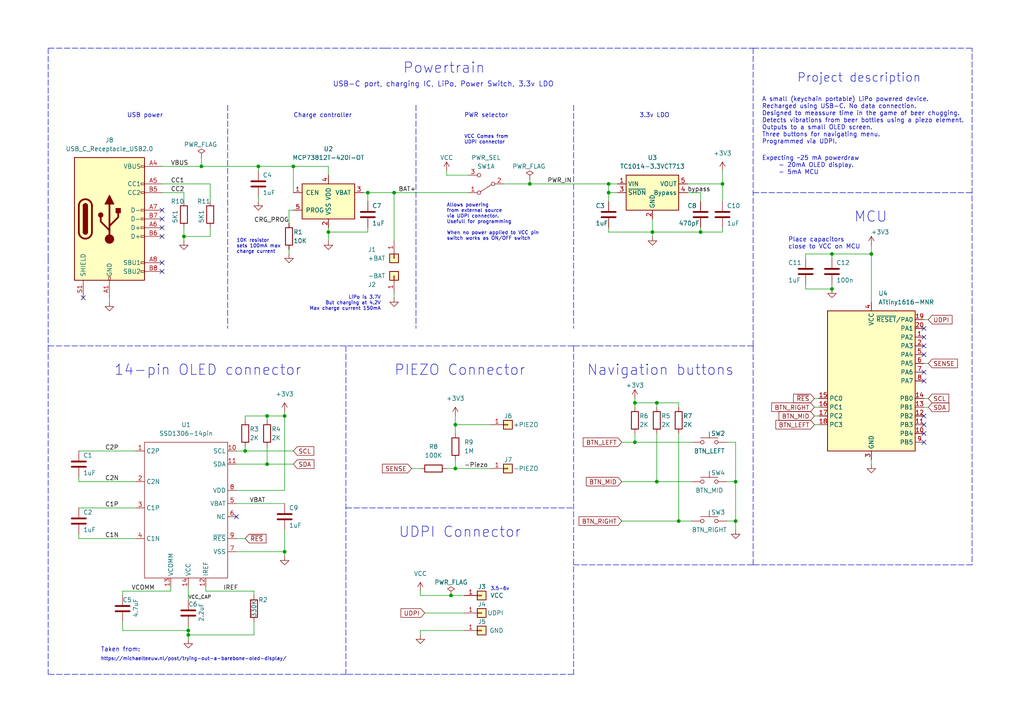
<source format=kicad_sch>
(kicad_sch (version 20211123) (generator eeschema)
  (paper "A4")
  (lib_symbols
    (symbol "Battery_Management:MCP73812T-420I-OT" (pin_names (offset 1.016))
      (property "Reference" "U" (at -6.35 6.35 0))
      (property "Value" "MCP73812T-420I-OT" (at 1.27 6.35 0))
      (symbol "MCP73812T-420I-OT_0_1"
        (rectangle (start -7.62 5.08) (end 7.62 -5.08) (stroke (width 0.254)) (fill (type background)))
      )
      (symbol "MCP73812T-420I-OT_1_1"
        (pin input line (at -10.16 2.54 0) (length 2.54) (name "CEN") (number "1"))
        (pin power_out line (at 0 -7.62 90) (length 2.54) (name "VSS") (number "2"))
        (pin power_out line (at 10.16 2.54 180) (length 2.54) (name "VBAT") (number "3"))
        (pin power_in line (at 0 7.62 270) (length 2.54) (name "VDD") (number "4"))
        (pin input line (at -10.16 -2.54 0) (length 2.54) (name "PROG") (number "5"))
      )
    )
    (symbol "Connector:USB_C_Receptacle_USB2.0" (pin_names (offset 1.016))
      (property "Reference" "J" (at -10.16 19.05 0))
      (property "Value" "USB_C_Receptacle_USB2.0" (at 19.05 19.05 0))
      (symbol "USB_C_Receptacle_USB2.0_0_0"
        (rectangle (start -0.254 -17.78) (end 0.254 -16.764))
        (rectangle (start 10.16 -14.986) (end 9.144 -15.494))
        (rectangle (start 10.16 -12.446) (end 9.144 -12.954))
        (rectangle (start 10.16 -4.826) (end 9.144 -5.334))
        (rectangle (start 10.16 -2.286) (end 9.144 -2.794))
        (rectangle (start 10.16 0.254) (end 9.144 -0.254))
        (rectangle (start 10.16 2.794) (end 9.144 2.286))
        (rectangle (start 10.16 7.874) (end 9.144 7.366))
        (rectangle (start 10.16 10.414) (end 9.144 9.906))
        (rectangle (start 10.16 15.494) (end 9.144 14.986))
      )
      (symbol "USB_C_Receptacle_USB2.0_0_1"
        (rectangle (start -10.16 17.78) (end 10.16 -17.78) (stroke (width 0.254)) (fill (type background)))
        (arc (start -8.89 -3.81) (mid -6.985 -5.715) (end -5.08 -3.81) (stroke (width 0.508)))
        (arc (start -7.62 -3.81) (mid -6.985 -4.445) (end -6.35 -3.81) (stroke (width 0.254)))
        (arc (start -7.62 -3.81) (mid -6.985 -4.445) (end -6.35 -3.81) (stroke (width 0.254)) (fill (type outline)))
        (rectangle (start -7.62 -3.81) (end -6.35 3.81) (stroke (width 0.254)) (fill (type outline)))
        (arc (start -6.35 3.81) (mid -6.985 4.445) (end -7.62 3.81) (stroke (width 0.254)))
        (arc (start -6.35 3.81) (mid -6.985 4.445) (end -7.62 3.81) (stroke (width 0.254)) (fill (type outline)))
        (arc (start -5.08 3.81) (mid -6.985 5.715) (end -8.89 3.81) (stroke (width 0.508)))
        (circle (center -2.54 1.143) (radius 0.635) (stroke (width 0.254)) (fill (type outline)))
        (circle (center 0 -5.842) (radius 1.27) (fill (type outline)))
        (polyline (pts (xy -8.89 -3.81) (xy -8.89 3.81)) (stroke (width 0.508)))
        (polyline (pts (xy -5.08 3.81) (xy -5.08 -3.81)) (stroke (width 0.508)))
        (polyline (pts (xy 0 -5.842) (xy 0 4.318)) (stroke (width 0.508)))
        (polyline (pts (xy 0 -3.302) (xy -2.54 -0.762) (xy -2.54 0.508)) (stroke (width 0.508)))
        (polyline (pts (xy 0 -2.032) (xy 2.54 0.508) (xy 2.54 1.778)) (stroke (width 0.508)))
        (polyline (pts (xy -1.27 4.318) (xy 0 6.858) (xy 1.27 4.318) (xy -1.27 4.318)) (stroke (width 0.254)) (fill (type outline)))
        (rectangle (start 1.905 1.778) (end 3.175 3.048) (stroke (width 0.254)) (fill (type outline)))
      )
      (symbol "USB_C_Receptacle_USB2.0_1_1"
        (pin passive line (at 0 -22.86 90) (length 5.08) (name "GND") (number "A1"))
        (pin passive line (at 0 -22.86 90) (length 5.08) hide (name "GND") (number "A12"))
        (pin passive line (at 15.24 15.24 180) (length 5.08) (name "VBUS") (number "A4"))
        (pin bidirectional line (at 15.24 10.16 180) (length 5.08) (name "CC1") (number "A5"))
        (pin bidirectional line (at 15.24 -2.54 180) (length 5.08) (name "D+") (number "A6"))
        (pin bidirectional line (at 15.24 2.54 180) (length 5.08) (name "D-") (number "A7"))
        (pin bidirectional line (at 15.24 -12.7 180) (length 5.08) (name "SBU1") (number "A8"))
        (pin passive line (at 15.24 15.24 180) (length 5.08) hide (name "VBUS") (number "A9"))
        (pin passive line (at 0 -22.86 90) (length 5.08) hide (name "GND") (number "B1"))
        (pin passive line (at 0 -22.86 90) (length 5.08) hide (name "GND") (number "B12"))
        (pin passive line (at 15.24 15.24 180) (length 5.08) hide (name "VBUS") (number "B4"))
        (pin bidirectional line (at 15.24 7.62 180) (length 5.08) (name "CC2") (number "B5"))
        (pin bidirectional line (at 15.24 -5.08 180) (length 5.08) (name "D+") (number "B6"))
        (pin bidirectional line (at 15.24 0 180) (length 5.08) (name "D-") (number "B7"))
        (pin bidirectional line (at 15.24 -15.24 180) (length 5.08) (name "SBU2") (number "B8"))
        (pin passive line (at 15.24 15.24 180) (length 5.08) hide (name "VBUS") (number "B9"))
        (pin passive line (at -7.62 -22.86 90) (length 5.08) (name "SHIELD") (number "S1"))
      )
    )
    (symbol "Connector_Generic:Conn_01x01" (pin_names (offset 1.016) hide)
      (property "Reference" "J" (at 0 2.54 0))
      (property "Value" "Conn_01x01" (at 0 -2.54 0))
      (symbol "Conn_01x01_1_1"
        (rectangle (start -1.27 0.127) (end 0 -0.127) (stroke (width 0.1524)))
        (rectangle (start -1.27 1.27) (end 1.27 -1.27) (stroke (width 0.254)) (fill (type background)))
        (pin passive line (at -5.08 0 0) (length 3.81) (name "Pin_1") (number "1"))
      )
    )
    (symbol "Device:C" (pin_numbers hide) (pin_names (offset 0.254))
      (property "Reference" "C" (at 0.635 2.54 0))
      (property "Value" "C" (at 0.635 -2.54 0))
      (symbol "C_0_1"
        (polyline (pts (xy -2.032 -0.762) (xy 2.032 -0.762)) (stroke (width 0.508)))
        (polyline (pts (xy -2.032 0.762) (xy 2.032 0.762)) (stroke (width 0.508)))
      )
      (symbol "C_1_1"
        (pin passive line (at 0 3.81 270) (length 2.794) (name "~") (number "1"))
        (pin passive line (at 0 -3.81 90) (length 2.794) (name "~") (number "2"))
      )
    )
    (symbol "Device:R" (pin_numbers hide) (pin_names (offset 0))
      (property "Reference" "R" (at 2.032 0 90))
      (property "Value" "R" (at 0 0 90))
      (symbol "R_0_1"
        (rectangle (start -1.016 -2.54) (end 1.016 2.54) (stroke (width 0.254)))
      )
      (symbol "R_1_1"
        (pin passive line (at 0 3.81 270) (length 1.27) (name "~") (number "1"))
        (pin passive line (at 0 -3.81 90) (length 1.27) (name "~") (number "2"))
      )
    )
    (symbol "MCU_Microchip_ATtiny:ATtiny1616-M"
      (property "Reference" "U" (at -12.7 21.59 0))
      (property "Value" "ATtiny1616-M" (at 2.54 -21.59 0))
      (symbol "ATtiny1616-M_0_1"
        (rectangle (start -12.7 -20.32) (end 12.7 20.32) (stroke (width 0.254)) (fill (type background)))
      )
      (symbol "ATtiny1616-M_1_1"
        (pin bidirectional line (at 15.24 12.7 180) (length 2.54) (name "PA2") (number "1"))
        (pin bidirectional line (at 15.24 -15.24 180) (length 2.54) (name "PB4") (number "10"))
        (pin bidirectional line (at 15.24 -12.7 180) (length 2.54) (name "PB3") (number "11"))
        (pin bidirectional line (at 15.24 -10.16 180) (length 2.54) (name "PB2") (number "12"))
        (pin bidirectional line (at 15.24 -7.62 180) (length 2.54) (name "PB1") (number "13"))
        (pin bidirectional line (at 15.24 -5.08 180) (length 2.54) (name "PB0") (number "14"))
        (pin bidirectional line (at -15.24 -5.08 0) (length 2.54) (name "PC0") (number "15"))
        (pin bidirectional line (at -15.24 -7.62 0) (length 2.54) (name "PC1") (number "16"))
        (pin bidirectional line (at -15.24 -10.16 0) (length 2.54) (name "PC2") (number "17"))
        (pin bidirectional line (at -15.24 -12.7 0) (length 2.54) (name "PC3") (number "18"))
        (pin bidirectional line (at 15.24 17.78 180) (length 2.54) (name "~{RESET}/PA0") (number "19"))
        (pin bidirectional line (at 15.24 10.16 180) (length 2.54) (name "PA3") (number "2"))
        (pin bidirectional line (at 15.24 15.24 180) (length 2.54) (name "PA1") (number "20"))
        (pin passive line (at 0 -22.86 90) (length 2.54) hide (name "GND") (number "21"))
        (pin power_in line (at 0 -22.86 90) (length 2.54) (name "GND") (number "3"))
        (pin power_in line (at 0 22.86 270) (length 2.54) (name "VCC") (number "4"))
        (pin bidirectional line (at 15.24 7.62 180) (length 2.54) (name "PA4") (number "5"))
        (pin bidirectional line (at 15.24 5.08 180) (length 2.54) (name "PA5") (number "6"))
        (pin bidirectional line (at 15.24 2.54 180) (length 2.54) (name "PA6") (number "7"))
        (pin bidirectional line (at 15.24 0 180) (length 2.54) (name "PA7") (number "8"))
        (pin bidirectional line (at 15.24 -17.78 180) (length 2.54) (name "PB5") (number "9"))
      )
    )
    (symbol "Regulator_Linear:TC1014-xCT"
      (property "Reference" "U" (at -6.35 6.35 0))
      (property "Value" "TC1014-xCT" (at 0 6.35 0))
      (symbol "TC1014-xCT_0_1"
        (rectangle (start -7.62 5.08) (end 7.62 -5.08) (stroke (width 0.254)) (fill (type background)))
      )
      (symbol "TC1014-xCT_1_1"
        (pin power_in line (at -10.16 2.54 0) (length 2.54) (name "VIN") (number "1"))
        (pin power_in line (at 0 -7.62 90) (length 2.54) (name "GND") (number "2"))
        (pin input line (at -10.16 0 0) (length 2.54) (name "~{SHDN}") (number "3"))
        (pin passive line (at 10.16 0 180) (length 2.54) (name "Bypass") (number "4"))
        (pin power_out line (at 10.16 2.54 180) (length 2.54) (name "VOUT") (number "5"))
      )
    )
    (symbol "Switch:SW_DPDT_x2" (pin_names (offset 0) hide)
      (property "Reference" "SW" (at 0 4.318 0))
      (property "Value" "SW_DPDT_x2" (at 0 -5.08 0))
      (symbol "SW_DPDT_x2_0_0"
        (circle (center -2.032 0) (radius 0.508))
        (circle (center 2.032 -2.54) (radius 0.508))
      )
      (symbol "SW_DPDT_x2_0_1"
        (polyline (pts (xy -1.524 0.254) (xy 1.651 2.286)))
        (circle (center 2.032 2.54) (radius 0.508))
      )
      (symbol "SW_DPDT_x2_1_1"
        (pin passive line (at 5.08 2.54 180) (length 2.54) (name "A") (number "1"))
        (pin passive line (at -5.08 0 0) (length 2.54) (name "B") (number "2"))
        (pin passive line (at 5.08 -2.54 180) (length 2.54) (name "C") (number "3"))
      )
      (symbol "SW_DPDT_x2_2_1"
        (pin passive line (at 5.08 2.54 180) (length 2.54) (name "A") (number "4"))
        (pin passive line (at -5.08 0 0) (length 2.54) (name "B") (number "5"))
        (pin passive line (at 5.08 -2.54 180) (length 2.54) (name "C") (number "6"))
      )
    )
    (symbol "Switch:SW_Push" (pin_numbers hide) (pin_names (offset 1.016) hide)
      (property "Reference" "SW" (at 1.27 2.54 0))
      (property "Value" "SW_Push" (at 0 -1.524 0))
      (symbol "SW_Push_0_1"
        (circle (center -2.032 0) (radius 0.508))
        (polyline (pts (xy 0 1.27) (xy 0 3.048)))
        (polyline (pts (xy 2.54 1.27) (xy -2.54 1.27)))
        (circle (center 2.032 0) (radius 0.508))
        (pin passive line (at -5.08 0 0) (length 2.54) (name "1") (number "1"))
        (pin passive line (at 5.08 0 180) (length 2.54) (name "2") (number "2"))
      )
    )
    (symbol "hafvklocka_lib:SSD1306-14pin"
      (property "Reference" "U" (at 12.7 19.05 0))
      (property "Value" "SSD1306-14pin" (at 0 19.05 0))
      (symbol "SSD1306-14pin_0_1"
        (rectangle (start -12.7 17.78) (end 11.43 -21.59))
      )
      (symbol "SSD1306-14pin_1_1"
        (pin input line (at -15.24 15.24 0) (length 2.54) (name "C2P") (number "1"))
        (pin input line (at 13.97 15.24 180) (length 2.54) (name "SCL") (number "10"))
        (pin input line (at 13.97 11.43 180) (length 2.54) (name "SDA") (number "11"))
        (pin input line (at 5.08 -24.13 90) (length 2.54) (name "IREF") (number "12"))
        (pin input line (at -5.08 -24.13 90) (length 2.54) (name "VCOMM") (number "13"))
        (pin input line (at 0 -24.13 90) (length 2.54) (name "VCC") (number "14"))
        (pin input line (at -15.24 6.35 0) (length 2.54) (name "C2N") (number "2"))
        (pin input line (at -15.24 -1.27 0) (length 2.54) (name "C1P") (number "3"))
        (pin input line (at -15.24 -10.16 0) (length 2.54) (name "C1N") (number "4"))
        (pin input line (at 13.97 0 180) (length 2.54) (name "VBAT") (number "5"))
        (pin input line (at 13.97 -3.81 180) (length 2.54) (name "NC") (number "6"))
        (pin input line (at 13.97 -13.97 180) (length 2.54) (name "VSS") (number "7"))
        (pin input line (at 13.97 3.81 180) (length 2.54) (name "VDD") (number "8"))
        (pin input line (at 13.97 -10.16 180) (length 2.54) (name "~{RES}") (number "9"))
      )
    )
    (symbol "power:+3V3" (power) (pin_names (offset 0))
      (property "Value" "+3V3" (at 0 3.556 0))
      (symbol "+3V3_0_1"
        (polyline (pts (xy -0.762 1.27) (xy 0 2.54)))
        (polyline (pts (xy 0 0) (xy 0 2.54)))
        (polyline (pts (xy 0 2.54) (xy 0.762 1.27)))
      )
      (symbol "+3V3_1_1"
        (pin power_in line (at 0 0 90) (length 0) hide (name "+3V3") (number "1"))
      )
    )
    (symbol "power:GND" (power) (pin_names (offset 0))
      (property "Value" "GND" (at 0 -3.81 0))
      (symbol "GND_0_1"
        (polyline (pts (xy 0 0) (xy 0 -1.27) (xy 1.27 -1.27) (xy 0 -2.54) (xy -1.27 -1.27) (xy 0 -1.27)))
      )
      (symbol "GND_1_1"
        (pin power_in line (at 0 0 270) (length 0) hide (name "GND") (number "1"))
      )
    )
    (symbol "power:PWR_FLAG" (power) (pin_numbers hide) (pin_names (offset 0) hide)
      (property "Value" "PWR_FLAG" (at 0 3.81 0))
      (symbol "PWR_FLAG_0_0"
        (pin power_out line (at 0 0 90) (length 0) (name "pwr") (number "1"))
      )
      (symbol "PWR_FLAG_0_1"
        (polyline (pts (xy 0 0) (xy 0 1.27) (xy -1.016 1.905) (xy 0 2.54) (xy 1.016 1.905) (xy 0 1.27)))
      )
    )
    (symbol "power:VCC" (power) (pin_names (offset 0))
      (property "Value" "VCC" (at 0 3.81 0))
      (symbol "VCC_0_1"
        (polyline (pts (xy -0.762 1.27) (xy 0 2.54)))
        (polyline (pts (xy 0 0) (xy 0 2.54)))
        (polyline (pts (xy 0 2.54) (xy 0.762 1.27)))
      )
      (symbol "VCC_1_1"
        (pin power_in line (at 0 0 90) (length 0) hide (name "VCC") (number "1"))
      )
    )
  )
  (junction (at 241.3 83.82))
  (junction (at 189.23 67.31))
  (junction (at 130.81 172.72))
  (junction (at 190.5 116.84))
  (junction (at 176.53 53.34))
  (junction (at 252.73 73.66))
  (junction (at 132.08 123.19))
  (junction (at 71.12 130.81))
  (junction (at 74.93 48.26))
  (junction (at 132.08 135.89))
  (junction (at 213.36 139.7))
  (junction (at 77.47 120.65))
  (junction (at 184.15 128.27))
  (junction (at 176.53 55.88))
  (junction (at 54.61 184.15))
  (junction (at 82.55 160.02))
  (junction (at 82.55 120.65))
  (junction (at 54.61 182.88))
  (junction (at 241.3 73.66))
  (junction (at 77.47 134.62))
  (junction (at 114.3 55.88))
  (junction (at 203.2 67.31))
  (junction (at 184.15 116.84))
  (junction (at 95.25 67.31))
  (junction (at 153.67 53.34))
  (junction (at 106.68 55.88))
  (junction (at 196.85 151.13))
  (junction (at 85.09 48.26))
  (junction (at 190.5 139.7))
  (junction (at 213.36 151.13))
  (junction (at 209.55 53.34))
  (junction (at 58.42 48.26))
  (junction (at 53.34 68.58))
  (no_connect (at 24.13 86.36))
  (no_connect (at 46.99 68.58))
  (no_connect (at 267.97 120.65))
  (no_connect (at 46.99 78.74))
  (no_connect (at 267.97 123.19))
  (no_connect (at 267.97 125.73))
  (no_connect (at 267.97 100.33))
  (no_connect (at 267.97 128.27))
  (no_connect (at 267.97 107.95))
  (no_connect (at 267.97 110.49))
  (no_connect (at 46.99 63.5))
  (no_connect (at 46.99 76.2))
  (no_connect (at 46.99 66.04))
  (no_connect (at 46.99 60.96))
  (no_connect (at 267.97 95.25))
  (no_connect (at 68.58 149.86))
  (no_connect (at 267.97 102.87))
  (no_connect (at 267.97 97.79))
  (wire (pts (xy 236.22 115.57) (xy 237.49 115.57)))
  (wire (pts (xy 83.82 64.77) (xy 83.82 60.96)))
  (wire (pts (xy 209.55 53.34) (xy 209.55 49.53)))
  (wire (pts (xy 121.92 171.45) (xy 121.92 172.72)))
  (wire (pts (xy 58.42 45.72) (xy 58.42 48.26)))
  (wire (pts (xy 60.96 68.58) (xy 60.96 66.04)))
  (wire (pts (xy 74.93 57.15) (xy 74.93 58.42)))
  (wire (pts (xy 68.58 130.81) (xy 71.12 130.81)))
  (polyline (pts (xy 120.65 30.48) (xy 120.65 95.25)))
  (polyline (pts (xy 218.44 100.33) (xy 166.37 100.33)))
  (wire (pts (xy 129.54 135.89) (xy 132.08 135.89)))
  (wire (pts (xy 130.81 172.72) (xy 134.62 172.72)))
  (wire (pts (xy 196.85 125.73) (xy 196.85 151.13)))
  (wire (pts (xy 142.24 123.19) (xy 132.08 123.19)))
  (wire (pts (xy 22.86 130.81) (xy 39.37 130.81)))
  (wire (pts (xy 119.38 135.89) (xy 121.92 135.89)))
  (wire (pts (xy 132.08 123.19) (xy 132.08 125.73)))
  (wire (pts (xy 114.3 55.88) (xy 135.89 55.88)))
  (wire (pts (xy 106.68 58.42) (xy 106.68 55.88)))
  (wire (pts (xy 241.3 73.66) (xy 252.73 73.66)))
  (wire (pts (xy 82.55 153.67) (xy 82.55 160.02)))
  (wire (pts (xy 106.68 66.04) (xy 106.68 67.31)))
  (wire (pts (xy 53.34 55.88) (xy 53.34 58.42)))
  (wire (pts (xy 73.66 171.45) (xy 59.69 171.45)))
  (wire (pts (xy 190.5 125.73) (xy 190.5 139.7)))
  (polyline (pts (xy 66.04 30.48) (xy 66.04 95.25)))
  (polyline (pts (xy 100.33 100.33) (xy 100.33 195.58)))
  (polyline (pts (xy 171.45 13.97) (xy 218.44 13.97)))
  (wire (pts (xy 54.61 185.42) (xy 54.61 184.15)))
  (wire (pts (xy 82.55 120.65) (xy 82.55 142.24)))
  (wire (pts (xy 132.08 133.35) (xy 132.08 135.89)))
  (wire (pts (xy 121.92 184.15) (xy 121.92 182.88)))
  (wire (pts (xy 114.3 85.09) (xy 114.3 86.36)))
  (wire (pts (xy 95.25 66.04) (xy 95.25 67.31)))
  (wire (pts (xy 105.41 55.88) (xy 106.68 55.88)))
  (polyline (pts (xy 166.37 100.33) (xy 100.33 100.33)))
  (wire (pts (xy 54.61 184.15) (xy 54.61 182.88)))
  (wire (pts (xy 129.54 49.53) (xy 129.54 50.8)))
  (polyline (pts (xy 13.97 74.93) (xy 13.97 100.33)))
  (polyline (pts (xy 218.44 13.97) (xy 218.44 92.71)))
  (wire (pts (xy 209.55 53.34) (xy 209.55 58.42)))
  (wire (pts (xy 190.5 116.84) (xy 196.85 116.84)))
  (wire (pts (xy 22.86 154.94) (xy 22.86 156.21)))
  (wire (pts (xy 73.66 172.72) (xy 73.66 171.45)))
  (wire (pts (xy 241.3 73.66) (xy 233.68 73.66)))
  (wire (pts (xy 213.36 139.7) (xy 213.36 151.13)))
  (wire (pts (xy 203.2 67.31) (xy 209.55 67.31)))
  (wire (pts (xy 77.47 129.54) (xy 77.47 134.62)))
  (polyline (pts (xy 218.44 13.97) (xy 281.94 13.97)))
  (wire (pts (xy 68.58 134.62) (xy 77.47 134.62)))
  (wire (pts (xy 180.34 151.13) (xy 196.85 151.13)))
  (wire (pts (xy 121.92 172.72) (xy 130.81 172.72)))
  (wire (pts (xy 95.25 48.26) (xy 95.25 50.8)))
  (wire (pts (xy 179.07 55.88) (xy 176.53 55.88)))
  (wire (pts (xy 82.55 160.02) (xy 82.55 161.29)))
  (polyline (pts (xy 100.33 147.32) (xy 166.37 147.32)))
  (wire (pts (xy 252.73 71.12) (xy 252.73 73.66)))
  (wire (pts (xy 35.56 182.88) (xy 54.61 182.88)))
  (wire (pts (xy 189.23 67.31) (xy 203.2 67.31)))
  (wire (pts (xy 210.82 128.27) (xy 213.36 128.27)))
  (wire (pts (xy 241.3 74.93) (xy 241.3 73.66)))
  (wire (pts (xy 269.24 105.41) (xy 267.97 105.41)))
  (wire (pts (xy 176.53 66.04) (xy 176.53 67.31)))
  (wire (pts (xy 269.24 115.57) (xy 267.97 115.57)))
  (polyline (pts (xy 218.44 55.88) (xy 281.94 55.88)))
  (wire (pts (xy 60.96 53.34) (xy 60.96 58.42)))
  (wire (pts (xy 176.53 67.31) (xy 189.23 67.31)))
  (wire (pts (xy 199.39 55.88) (xy 203.2 55.88)))
  (wire (pts (xy 106.68 55.88) (xy 114.3 55.88)))
  (wire (pts (xy 184.15 128.27) (xy 200.66 128.27)))
  (wire (pts (xy 184.15 115.57) (xy 184.15 116.84)))
  (polyline (pts (xy 111.76 13.97) (xy 171.45 13.97)))
  (polyline (pts (xy 166.37 163.83) (xy 218.44 163.83)))
  (wire (pts (xy 58.42 48.26) (xy 74.93 48.26)))
  (wire (pts (xy 146.05 53.34) (xy 153.67 53.34)))
  (wire (pts (xy 53.34 68.58) (xy 60.96 68.58)))
  (wire (pts (xy 269.24 118.11) (xy 267.97 118.11)))
  (wire (pts (xy 46.99 53.34) (xy 60.96 53.34)))
  (wire (pts (xy 233.68 73.66) (xy 233.68 74.93)))
  (wire (pts (xy 176.53 55.88) (xy 176.53 53.34)))
  (wire (pts (xy 241.3 83.82) (xy 233.68 83.82)))
  (wire (pts (xy 54.61 170.18) (xy 54.61 173.99)))
  (wire (pts (xy 83.82 60.96) (xy 85.09 60.96)))
  (polyline (pts (xy 13.97 13.97) (xy 13.97 74.93)))
  (wire (pts (xy 252.73 133.35) (xy 252.73 134.62)))
  (wire (pts (xy 269.24 92.71) (xy 267.97 92.71)))
  (wire (pts (xy 46.99 55.88) (xy 53.34 55.88)))
  (wire (pts (xy 153.67 53.34) (xy 176.53 53.34)))
  (wire (pts (xy 35.56 171.45) (xy 35.56 172.72)))
  (wire (pts (xy 54.61 181.61) (xy 54.61 182.88)))
  (wire (pts (xy 77.47 134.62) (xy 85.09 134.62)))
  (wire (pts (xy 74.93 48.26) (xy 85.09 48.26)))
  (wire (pts (xy 184.15 116.84) (xy 190.5 116.84)))
  (wire (pts (xy 114.3 55.88) (xy 114.3 69.85)))
  (wire (pts (xy 46.99 48.26) (xy 58.42 48.26)))
  (polyline (pts (xy 100.33 195.58) (xy 13.97 195.58)))
  (wire (pts (xy 190.5 139.7) (xy 200.66 139.7)))
  (wire (pts (xy 203.2 58.42) (xy 203.2 55.88)))
  (wire (pts (xy 22.86 156.21) (xy 39.37 156.21)))
  (polyline (pts (xy 13.97 100.33) (xy 100.33 100.33)))
  (wire (pts (xy 82.55 142.24) (xy 68.58 142.24)))
  (wire (pts (xy 22.86 138.43) (xy 22.86 139.7)))
  (wire (pts (xy 252.73 73.66) (xy 252.73 87.63)))
  (wire (pts (xy 85.09 48.26) (xy 95.25 48.26)))
  (wire (pts (xy 213.36 153.67) (xy 213.36 151.13)))
  (polyline (pts (xy 218.44 100.33) (xy 218.44 92.71)))
  (wire (pts (xy 53.34 66.04) (xy 53.34 68.58)))
  (wire (pts (xy 236.22 120.65) (xy 237.49 120.65)))
  (wire (pts (xy 123.19 177.8) (xy 134.62 177.8)))
  (polyline (pts (xy 166.37 100.33) (xy 166.37 195.58)))
  (wire (pts (xy 22.86 139.7) (xy 39.37 139.7)))
  (polyline (pts (xy 281.94 92.71) (xy 281.94 163.83)))
  (wire (pts (xy 121.92 182.88) (xy 134.62 182.88)))
  (wire (pts (xy 77.47 120.65) (xy 77.47 121.92)))
  (polyline (pts (xy 166.37 195.58) (xy 100.33 195.58)))
  (wire (pts (xy 71.12 121.92) (xy 71.12 120.65)))
  (wire (pts (xy 53.34 68.58) (xy 53.34 69.85)))
  (wire (pts (xy 132.08 120.65) (xy 132.08 123.19)))
  (wire (pts (xy 68.58 146.05) (xy 82.55 146.05)))
  (wire (pts (xy 83.82 72.39) (xy 83.82 73.66)))
  (wire (pts (xy 71.12 129.54) (xy 71.12 130.81)))
  (wire (pts (xy 184.15 116.84) (xy 184.15 118.11)))
  (wire (pts (xy 54.61 184.15) (xy 73.66 184.15)))
  (wire (pts (xy 210.82 139.7) (xy 213.36 139.7)))
  (wire (pts (xy 71.12 156.21) (xy 68.58 156.21)))
  (wire (pts (xy 236.22 123.19) (xy 237.49 123.19)))
  (wire (pts (xy 77.47 120.65) (xy 82.55 120.65)))
  (wire (pts (xy 199.39 53.34) (xy 209.55 53.34)))
  (wire (pts (xy 176.53 53.34) (xy 179.07 53.34)))
  (wire (pts (xy 180.34 128.27) (xy 184.15 128.27)))
  (wire (pts (xy 95.25 67.31) (xy 106.68 67.31)))
  (wire (pts (xy 85.09 48.26) (xy 85.09 55.88)))
  (wire (pts (xy 49.53 170.18) (xy 49.53 171.45)))
  (polyline (pts (xy 281.94 163.83) (xy 218.44 163.83)))
  (wire (pts (xy 176.53 58.42) (xy 176.53 55.88)))
  (wire (pts (xy 95.25 67.31) (xy 95.25 69.85)))
  (wire (pts (xy 74.93 48.26) (xy 74.93 49.53)))
  (wire (pts (xy 190.5 116.84) (xy 190.5 118.11)))
  (wire (pts (xy 196.85 116.84) (xy 196.85 118.11)))
  (wire (pts (xy 82.55 120.65) (xy 82.55 119.38)))
  (wire (pts (xy 49.53 171.45) (xy 35.56 171.45)))
  (wire (pts (xy 196.85 151.13) (xy 200.66 151.13)))
  (wire (pts (xy 233.68 83.82) (xy 233.68 82.55)))
  (wire (pts (xy 73.66 184.15) (xy 73.66 180.34)))
  (wire (pts (xy 236.22 118.11) (xy 237.49 118.11)))
  (wire (pts (xy 213.36 128.27) (xy 213.36 139.7)))
  (polyline (pts (xy 281.94 92.71) (xy 281.94 13.97)))
  (wire (pts (xy 59.69 171.45) (xy 59.69 170.18)))
  (wire (pts (xy 22.86 147.32) (xy 39.37 147.32)))
  (wire (pts (xy 68.58 160.02) (xy 82.55 160.02)))
  (wire (pts (xy 132.08 135.89) (xy 142.24 135.89)))
  (wire (pts (xy 203.2 66.04) (xy 203.2 67.31)))
  (wire (pts (xy 71.12 120.65) (xy 77.47 120.65)))
  (polyline (pts (xy 218.44 163.83) (xy 218.44 100.33)))
  (polyline (pts (xy 166.37 30.48) (xy 166.37 95.25)))
  (polyline (pts (xy 13.97 100.33) (xy 13.97 195.58)))
  (wire (pts (xy 189.23 67.31) (xy 189.23 68.58)))
  (wire (pts (xy 153.67 52.07) (xy 153.67 53.34)))
  (wire (pts (xy 31.75 86.36) (xy 31.75 87.63)))
  (wire (pts (xy 209.55 66.04) (xy 209.55 67.31)))
  (wire (pts (xy 180.34 139.7) (xy 190.5 139.7)))
  (wire (pts (xy 241.3 82.55) (xy 241.3 83.82)))
  (wire (pts (xy 189.23 63.5) (xy 189.23 67.31)))
  (wire (pts (xy 71.12 130.81) (xy 85.09 130.81)))
  (wire (pts (xy 210.82 151.13) (xy 213.36 151.13)))
  (wire (pts (xy 129.54 50.8) (xy 135.89 50.8)))
  (wire (pts (xy 184.15 125.73) (xy 184.15 128.27)))
  (wire (pts (xy 35.56 182.88) (xy 35.56 180.34)))
  (polyline (pts (xy 111.76 13.97) (xy 13.97 13.97)))
  (text "LiPo is 3.7V\nBut charging at 4.2V\nMax charge current 150mA" (at 110.49 90.17 180) (effects (font (size 1 1)) (justify right bottom)))
  (text "3.3v LDO" (at 185.42 34.29 0) (effects (font (size 1.27 1.27)) (justify left bottom)))
  (text "USB-C port, charging IC, LiPo, Power Switch, 3.3v LDO\n" (at 96.52 25.4 0) (effects (font (size 1.5 1.5)) (justify left bottom)))
  (text "PIEZO Connector" (at 114.3 109.22 0) (effects (font (size 3 3)) (justify left bottom)))
  (text "https://michaelteeuw.nl/post/trying-out-a-barebone-oled-display/" (at 29.21 191.77 0) (effects (font (size 1 1)) (justify left bottom)))
  (text "USB power" (at 36.83 34.29 0) (effects (font (size 1.27 1.27)) (justify left bottom)))
  (text "UDPI Connector" (at 115.57 156.21 0) (effects (font (size 3 3)) (justify left bottom)))
  (text "Place capacitors\nclose to VCC on MCU" (at 228.6 72.39 0) (effects (font (size 1.27 1.27)) (justify left bottom)))
  (text "Charge controller" (at 85.09 34.29 0) (effects (font (size 1.27 1.27)) (justify left bottom)))
  (text "Taken from:\n" (at 29.21 189.23 0) (effects (font (size 1.27 1.27)) (justify left bottom)))
  (text "A small (keychain portable) LiPo powered device.\nRecharged using USB-C. No data connection.\nDesigned to meassure time in the game of beer chugging.\nDetects vibrations from beer bottles using a piezo element.\nOutputs to a small OLED screen.\nThree buttons for navigating menu.\nProgrammed via UDPI." (at 220.98 41.91 0) (effects (font (size 1.27 1.27)) (justify left bottom)))
  (text "VCC Comes from\nUDPI connector" (at 134.62 41.91 0) (effects (font (size 1 1)) (justify left bottom)))
  (text "10K resistor\nsets 100mA max\ncharge current" (at 68.58 73.66 0) (effects (font (size 1 1)) (justify left bottom)))
  (text "Powertrain" (at 116.84 21.59 0) (effects (font (size 3 3)) (justify left bottom)))
  (text "Expecting ~25 mA powerdraw\n	- 20mA OLED display.\n	- 5mA MCU" (at 220.98 50.8 0) (effects (font (size 1.27 1.27)) (justify left bottom)))
  (text "Allows powering\nfrom external source\nvia UDPI connector.\nUsefull for programming\n\nWhen no power applied to VCC pin\nswitch works as ON/OFF switch" (at 129.54 69.85 0) (effects (font (size 1 1)) (justify left bottom)))
  (text "3.5-6v" (at 142.24 171.45 0) (effects (font (size 1 1)) (justify left bottom)))
  (text "Navigation buttons" (at 170.18 109.22 0) (effects (font (size 3 3)) (justify left bottom)))
  (text "14-pin OLED connector" (at 33.02 109.22 0) (effects (font (size 3 3)) (justify left bottom)))
  (text "PWR selector" (at 134.62 34.29 0) (effects (font (size 1.27 1.27)) (justify left bottom)))
  (text "MCU" (at 247.65 64.77 0) (effects (font (size 3 3)) (justify left bottom)))
  (text "Project description" (at 231.14 24.13 0) (effects (font (size 2.5 2.5)) (justify left bottom)))
  (label "C1P" (at 30.48 147.32 0))
  (label "C1N" (at 30.48 156.21 0))
  (label "VCOMM" (at 38.1 171.45 0))
  (label "IREF" (at 64.77 171.45 0))
  (label "VBUS" (at 49.53 48.26 0))
  (label "PWR_IN" (at 158.75 53.34 0))
  (label "BAT+" (at 115.57 55.88 0))
  (label "C2N" (at 30.48 139.7 0))
  (label "VBAT" (at 72.39 146.05 0))
  (label "CRG_PROG" (at 83.82 64.77 180))
  (label "CC1" (at 49.53 53.34 0))
  (label "-Piezo" (at 134.62 135.89 0))
  (label "VCC_CAP" (at 54.61 173.99 0) (effects (font (size 1 1))))
  (label "CC2" (at 49.53 55.88 0))
  (label "C2P" (at 30.48 130.81 0))
  (label "bypass" (at 199.39 55.88 0))
  (global_label "UDPI" (shape input) (at 123.19 177.8 180) (property "Intersheet References" "${INTERSHEET_REFS}" (effects hide)))
  (global_label "BTN_LEFT" (shape input) (at 180.34 128.27 180) (property "Intersheet References" "${INTERSHEET_REFS}" (effects hide)))
  (global_label "UDPI" (shape input) (at 269.24 92.71 0) (property "Intersheet References" "${INTERSHEET_REFS}" (effects hide)))
  (global_label "SCL" (shape input) (at 269.24 115.57 0) (property "Intersheet References" "${INTERSHEET_REFS}" (effects hide)))
  (global_label "SDA" (shape input) (at 85.09 134.62 0) (property "Intersheet References" "${INTERSHEET_REFS}" (effects hide)))
  (global_label "SDA" (shape input) (at 269.24 118.11 0) (property "Intersheet References" "${INTERSHEET_REFS}" (effects hide)))
  (global_label "BTN_RIGHT" (shape input) (at 236.22 118.11 180) (property "Intersheet References" "${INTERSHEET_REFS}" (effects hide)))
  (global_label "BTN_MID" (shape input) (at 180.34 139.7 180) (property "Intersheet References" "${INTERSHEET_REFS}" (effects hide)))
  (global_label "SENSE" (shape input) (at 119.38 135.89 180) (property "Intersheet References" "${INTERSHEET_REFS}" (effects hide)))
  (global_label "SCL" (shape input) (at 85.09 130.81 0) (property "Intersheet References" "${INTERSHEET_REFS}" (effects hide)))
  (global_label "BTN_RIGHT" (shape input) (at 180.34 151.13 180) (property "Intersheet References" "${INTERSHEET_REFS}" (effects hide)))
  (global_label "BTN_MID" (shape input) (at 236.22 120.65 180) (property "Intersheet References" "${INTERSHEET_REFS}" (effects hide)))
  (global_label "SENSE" (shape input) (at 269.24 105.41 0) (property "Intersheet References" "${INTERSHEET_REFS}" (effects hide)))
  (global_label "BTN_LEFT" (shape input) (at 236.22 123.19 180) (property "Intersheet References" "${INTERSHEET_REFS}" (effects hide)))
  (global_label "~{RES}" (shape input) (at 71.12 156.21 0) (property "Intersheet References" "${INTERSHEET_REFS}" (effects hide)))
  (global_label "~{RES}" (shape input) (at 236.22 115.57 180) (property "Intersheet References" "${INTERSHEET_REFS}" (effects hide)))
  (symbol (lib_id "power:+3V3") (at 82.55 119.38 0) (unit 1)
    (property "Reference" "#PWR08" (effects hide))
    (property "Value" "+3V3" (at 82.55 114.3 0))
  )
  (symbol (lib_id "Connector_Generic:Conn_01x01") (at 147.32 123.19 0) (unit 1)
    (property "Reference" "J6" (at 148.5901 120.65 0) (effects (justify right)))
    (property "Value" "+PIEZO" (at 156.2101 123.19 0) (effects (justify right)))
    (property "Footprint" "Connector_Wire:SolderWirePad_1x01_SMD_1x2mm" (effects hide))
  )
  (symbol (lib_id "Switch:SW_Push") (at 205.74 151.13 0) (unit 1)
    (property "Reference" "SW3" (at 208.28 148.59 0))
    (property "Value" "BTN_RIGHT" (at 205.74 153.67 0))
    (property "Footprint" "Button_Switch_SMD:SW_SPST_B3U-1000P" (effects hide))
  )
  (symbol (lib_id "Device:R") (at 77.47 125.73 0) (unit 1)
    (property "Reference" "R4" (at 78.74 124.46 0) (effects (justify left)))
    (property "Value" "2K" (at 78.74 127 0) (effects (justify left)))
    (property "Footprint" "Resistor_SMD:R_0402_1005Metric_Pad0.72x0.64mm_HandSolder" (effects hide))
  )
  (symbol (lib_id "Device:R") (at 196.85 121.92 0) (unit 1)
    (property "Reference" "R7" (at 198.12 120.65 0) (effects (justify left)))
    (property "Value" "2K" (at 198.12 123.19 0) (effects (justify left)))
    (property "Footprint" "Resistor_SMD:R_0402_1005Metric_Pad0.72x0.64mm_HandSolder" (effects hide))
  )
  (symbol (lib_id "power:GND") (at 114.3 86.36 0) (unit 1)
    (property "Reference" "#PWR07" (effects hide))
    (property "Value" "GND" (effects hide))
  )
  (symbol (lib_id "hafvklocka_lib:SSD1306-14pin") (at 54.61 146.05 0) (unit 1)
    (property "Reference" "U1" (at 53.975 123.19 0))
    (property "Value" "SSD1306-14pin" (at 53.975 125.73 0))
    (property "Footprint" "hafvklocka_footprints_lib:SSD1306-14pin" (effects hide))
  )
  (symbol (lib_id "power:GND") (at 189.23 68.58 0) (unit 1)
    (property "Reference" "#PWR06" (effects hide))
    (property "Value" "GND" (effects hide))
  )
  (symbol (lib_id "Device:C") (at 22.86 134.62 0) (unit 1)
    (property "Reference" "C1" (at 24.13 132.08 0) (effects (justify left)))
    (property "Value" "1uF" (at 24.13 137.16 0) (effects (justify left)))
    (property "Footprint" "Capacitor_SMD:C_0402_1005Metric_Pad0.74x0.62mm_HandSolder" (effects hide))
  )
  (symbol (lib_id "power:+3V3") (at 132.08 120.65 0) (unit 1)
    (property "Reference" "#PWR019" (effects hide))
    (property "Value" "+3V3" (at 132.08 115.57 0))
  )
  (symbol (lib_id "Device:C") (at 35.56 176.53 0) (unit 1)
    (property "Reference" "C5" (at 35.56 173.99 0) (effects (justify left)))
    (property "Value" "4.7uF" (at 39.37 179.07 90) (effects (justify left)))
    (property "Footprint" "Capacitor_SMD:C_0402_1005Metric_Pad0.74x0.62mm_HandSolder" (effects hide))
  )
  (symbol (lib_id "Device:R") (at 53.34 62.23 0) (unit 1)
    (property "Reference" "R10" (at 49.53 58.42 0) (effects (justify left)))
    (property "Value" "5K1" (at 50.8 64.77 90) (effects (justify left)))
    (property "Footprint" "Resistor_SMD:R_0402_1005Metric_Pad0.72x0.64mm_HandSolder" (effects hide))
  )
  (symbol (lib_id "Connector_Generic:Conn_01x01") (at 139.7 177.8 0) (unit 1)
    (property "Reference" "J4" (at 140.9701 175.26 0) (effects (justify right)))
    (property "Value" "UDPI" (at 146.0501 177.8 0) (effects (justify right)))
    (property "Footprint" "TestPoint:TestPoint_Pad_D1.0mm" (effects hide))
  )
  (symbol (lib_id "Device:C") (at 209.55 62.23 0) (unit 1)
    (property "Reference" "C10" (at 210.82 59.69 0) (effects (justify left)))
    (property "Value" "1uF" (at 210.82 64.77 0) (effects (justify left)))
    (property "Footprint" "Capacitor_SMD:C_0402_1005Metric_Pad0.74x0.62mm_HandSolder" (effects hide))
  )
  (symbol (lib_id "Device:C") (at 176.53 62.23 0) (unit 1)
    (property "Reference" "C3" (at 172.72 59.69 0) (effects (justify left)))
    (property "Value" "1uF" (at 172.72 64.77 0) (effects (justify left)))
    (property "Footprint" "Capacitor_SMD:C_0402_1005Metric_Pad0.74x0.62mm_HandSolder" (effects hide))
  )
  (symbol (lib_id "Device:C") (at 82.55 149.86 0) (unit 1)
    (property "Reference" "C9" (at 83.82 147.32 0) (effects (justify left)))
    (property "Value" "1uF" (at 83.82 152.4 0) (effects (justify left)))
    (property "Footprint" "Capacitor_SMD:C_0402_1005Metric_Pad0.74x0.62mm_HandSolder" (effects hide))
  )
  (symbol (lib_id "Connector_Generic:Conn_01x01") (at 139.7 172.72 0) (unit 1)
    (property "Reference" "J3" (at 140.9701 170.18 0) (effects (justify right)))
    (property "Value" "VCC" (at 146.0501 172.72 0) (effects (justify right)))
    (property "Footprint" "TestPoint:TestPoint_Pad_D1.0mm" (effects hide))
  )
  (symbol (lib_id "Device:C") (at 241.3 78.74 0) (unit 1)
    (property "Reference" "C12" (at 242.57 76.2 0) (effects (justify left)))
    (property "Value" "100n" (at 242.57 81.28 0) (effects (justify left)))
    (property "Footprint" "Capacitor_SMD:C_0402_1005Metric_Pad0.74x0.62mm_HandSolder" (effects hide))
  )
  (symbol (lib_id "power:GND") (at 31.75 87.63 0) (unit 1)
    (property "Reference" "#PWR01" (effects hide))
    (property "Value" "GND" (effects hide))
  )
  (symbol (lib_id "power:PWR_FLAG") (at 153.67 52.07 0) (unit 1)
    (property "Reference" "#FLG0102" (effects hide))
    (property "Value" "PWR_FLAG" (at 148.5899 48.26 0) (effects (justify left)))
  )
  (symbol (lib_id "power:VCC") (at 129.54 49.53 0) (unit 1)
    (property "Reference" "#PWR011" (effects hide))
    (property "Value" "VCC" (at 129.54 45.72 0))
  )
  (symbol (lib_id "power:PWR_FLAG") (at 58.42 45.72 0) (unit 1)
    (property "Reference" "#FLG0103" (effects hide))
    (property "Value" "PWR_FLAG" (at 53.3399 41.91 0) (effects (justify left)))
  )
  (symbol (lib_id "Device:R") (at 125.73 135.89 90) (unit 1)
    (property "Reference" "R8" (at 125.73 129.54 90))
    (property "Value" "100K" (at 125.73 132.08 90))
    (property "Footprint" "Resistor_SMD:R_0402_1005Metric_Pad0.72x0.64mm_HandSolder" (effects hide))
  )
  (symbol (lib_id "power:PWR_FLAG") (at 130.81 172.72 0) (unit 1)
    (property "Reference" "#FLG0101" (effects hide))
    (property "Value" "PWR_FLAG" (at 130.81 168.91 0))
  )
  (symbol (lib_id "Connector_Generic:Conn_01x01") (at 139.7 182.88 0) (unit 1)
    (property "Reference" "J5" (at 140.9701 180.34 0) (effects (justify right)))
    (property "Value" "GND" (at 146.0501 182.88 0) (effects (justify right)))
    (property "Footprint" "TestPoint:TestPoint_Pad_D1.0mm" (effects hide))
  )
  (symbol (lib_id "Regulator_Linear:TC1014-xCT") (at 189.23 55.88 0) (unit 1)
    (property "Reference" "U3" (at 189.23 45.72 0))
    (property "Value" "TC1014-3.3VCT713" (at 189.23 48.26 0))
    (property "Footprint" "Package_TO_SOT_SMD:SOT-23-5" (effects hide))
    (property "Datasheet" "https://ww1.microchip.com/downloads/aemDocuments/documents/APID/ProductDocuments/DataSheets/21335e.pdf" (effects hide))
  )
  (symbol (lib_id "Device:C") (at 54.61 177.8 0) (unit 1)
    (property "Reference" "C6" (at 54.61 175.26 0) (effects (justify left)))
    (property "Value" "2.2uF" (at 58.42 180.34 90) (effects (justify left)))
    (property "Footprint" "Capacitor_SMD:C_0402_1005Metric_Pad0.74x0.62mm_HandSolder" (effects hide))
  )
  (symbol (lib_id "power:VCC") (at 121.92 171.45 0) (unit 1)
    (property "Reference" "#PWR017" (effects hide))
    (property "Value" "VCC" (at 121.92 166.37 0))
  )
  (symbol (lib_id "Switch:SW_Push") (at 205.74 128.27 0) (unit 1)
    (property "Reference" "SW2" (at 208.28 125.73 0))
    (property "Value" "BTN_LEFT" (at 205.74 130.81 0))
    (property "Footprint" "Button_Switch_SMD:SW_SPST_B3U-1000P" (effects hide))
  )
  (symbol (lib_id "Device:C") (at 233.68 78.74 0) (unit 1)
    (property "Reference" "C11" (at 228.6 76.2 0) (effects (justify left)))
    (property "Value" "1uF" (at 228.6 81.28 0) (effects (justify left)))
    (property "Footprint" "Capacitor_SMD:C_0402_1005Metric_Pad0.74x0.62mm_HandSolder" (effects hide))
  )
  (symbol (lib_id "Device:C") (at 106.68 62.23 0) (unit 1)
    (property "Reference" "C7" (at 107.95 59.69 0) (effects (justify left)))
    (property "Value" "1uF" (at 107.95 64.77 0) (effects (justify left)))
    (property "Footprint" "Capacitor_SMD:C_0402_1005Metric_Pad0.74x0.62mm_HandSolder" (effects hide))
  )
  (symbol (lib_id "Device:R") (at 60.96 62.23 0) (unit 1)
    (property "Reference" "R11" (at 57.15 58.42 0) (effects (justify left)))
    (property "Value" "5K1" (at 58.42 64.77 90) (effects (justify left)))
    (property "Footprint" "Resistor_SMD:R_0402_1005Metric_Pad0.72x0.64mm_HandSolder" (effects hide))
  )
  (symbol (lib_id "Battery_Management:MCP73812T-420I-OT") (at 95.25 58.42 0) (unit 1)
    (property "Reference" "U2" (at 95.25 43.18 0))
    (property "Value" "MCP73812T-420I-OT" (at 95.25 45.72 0))
    (property "Footprint" "Package_TO_SOT_SMD:SOT-23-5" (effects hide))
    (property "Datasheet" "http://ww1.microchip.com/downloads/en/DeviceDoc/22036b.pdf" (effects hide))
  )
  (symbol (lib_id "power:GND") (at 53.34 69.85 0) (unit 1)
    (property "Reference" "#PWR020" (effects hide))
    (property "Value" "GND" (effects hide))
  )
  (symbol (lib_id "power:+3V3") (at 252.73 71.12 0) (unit 1)
    (property "Reference" "#PWR014" (effects hide))
    (property "Value" "+3V3" (at 255.27 67.31 0))
  )
  (symbol (lib_id "Switch:SW_DPDT_x2") (at 140.97 53.34 180) (unit 1)
    (property "Reference" "SW1" (at 140.97 48.26 0))
    (property "Value" "PWR_SEL" (at 140.97 45.72 0))
    (property "Footprint" "Button_Switch_SMD:SW_SPDT_PCM12" (effects hide))
  )
  (symbol (lib_id "power:GND") (at 74.93 58.42 0) (unit 1)
    (property "Reference" "#PWR02" (effects hide))
    (property "Value" "GND" (effects hide))
  )
  (symbol (lib_id "Device:R") (at 73.66 176.53 0) (unit 1)
    (property "Reference" "R2" (at 74.93 173.99 0) (effects (justify left)))
    (property "Value" "330K" (at 73.66 179.07 90) (effects (justify left)))
    (property "Footprint" "Resistor_SMD:R_0402_1005Metric_Pad0.72x0.64mm_HandSolder" (effects hide))
  )
  (symbol (lib_id "Connector_Generic:Conn_01x01") (at 147.32 135.89 0) (unit 1)
    (property "Reference" "J7" (at 148.5901 133.35 0) (effects (justify right)))
    (property "Value" "-PIEZO" (at 156.2101 135.89 0) (effects (justify right)))
    (property "Footprint" "Connector_Wire:SolderWirePad_1x01_SMD_1x2mm" (effects hide))
  )
  (symbol (lib_id "power:GND") (at 54.61 185.42 0) (unit 1)
    (property "Reference" "#PWR04" (effects hide))
    (property "Value" "GND" (effects hide))
  )
  (symbol (lib_id "Device:C") (at 203.2 62.23 0) (unit 1)
    (property "Reference" "C8" (at 199.39 59.69 0) (effects (justify left)))
    (property "Value" "470pF" (at 196.85 64.77 0) (effects (justify left)))
    (property "Footprint" "Capacitor_SMD:C_0402_1005Metric_Pad0.74x0.62mm_HandSolder" (effects hide))
  )
  (symbol (lib_id "power:GND") (at 83.82 73.66 0) (unit 1)
    (property "Reference" "#PWR03" (effects hide))
    (property "Value" "GND" (effects hide))
  )
  (symbol (lib_id "Switch:SW_Push") (at 205.74 139.7 0) (unit 1)
    (property "Reference" "SW4" (at 208.28 137.16 0))
    (property "Value" "BTN_MID" (at 205.74 142.24 0))
    (property "Footprint" "Button_Switch_SMD:SW_SPST_B3U-1000P" (effects hide))
  )
  (symbol (lib_id "Connector_Generic:Conn_01x01") (at 114.3 80.01 90) (unit 1)
    (property "Reference" "J2" (at 106.68 82.5499 90) (effects (justify right)))
    (property "Value" "-BAT" (at 106.68 80.0099 90) (effects (justify right)))
    (property "Footprint" "Connector_Wire:SolderWirePad_1x01_SMD_1x2mm" (effects hide))
  )
  (symbol (lib_id "MCU_Microchip_ATtiny:ATtiny1616-M") (at 252.73 110.49 0) (unit 1)
    (property "Reference" "U4" (at 254.7494 85.09 0) (effects (justify left)))
    (property "Value" "ATtiny1616-MNR" (at 254.7494 87.63 0) (effects (justify left)))
    (property "Footprint" "Package_DFN_QFN:VQFN-20-1EP_3x3mm_P0.4mm_EP1.7x1.7mm" (effects hide))
    (property "Datasheet" "http://ww1.microchip.com/downloads/en/DeviceDoc/ATtiny3216_ATtiny1616-data-sheet-40001997B.pdf" (effects hide))
  )
  (symbol (lib_id "Device:R") (at 71.12 125.73 0) (unit 1)
    (property "Reference" "R3" (at 72.39 124.46 0) (effects (justify left)))
    (property "Value" "2K" (at 72.39 127 0) (effects (justify left)))
    (property "Footprint" "Resistor_SMD:R_0402_1005Metric_Pad0.72x0.64mm_HandSolder" (effects hide))
  )
  (symbol (lib_id "Device:C") (at 22.86 151.13 0) (unit 1)
    (property "Reference" "C2" (at 24.13 148.59 0) (effects (justify left)))
    (property "Value" "1uF" (at 24.13 153.67 0) (effects (justify left)))
    (property "Footprint" "Capacitor_SMD:C_0402_1005Metric_Pad0.74x0.62mm_HandSolder" (effects hide))
  )
  (symbol (lib_id "Device:C") (at 74.93 53.34 0) (unit 1)
    (property "Reference" "C4" (at 76.2 50.8 0) (effects (justify left)))
    (property "Value" "1uF" (at 76.2 55.88 0) (effects (justify left)))
    (property "Footprint" "Capacitor_SMD:C_0402_1005Metric_Pad0.74x0.62mm_HandSolder" (effects hide))
  )
  (symbol (lib_id "power:GND") (at 241.3 83.82 0) (unit 1)
    (property "Reference" "#PWR012" (effects hide))
    (property "Value" "GND" (effects hide))
  )
  (symbol (lib_id "Connector:USB_C_Receptacle_USB2.0") (at 31.75 63.5 0) (unit 1)
    (property "Reference" "J8" (at 31.75 40.64 0))
    (property "Value" "USB_C_Receptacle_USB2.0" (at 31.75 43.18 0))
    (property "Footprint" "hafvklocka_footprints_lib:SOFNG MC-311S USB-C" (effects hide))
    (property "Datasheet" "https://www.usb.org/sites/default/files/documents/usb_type-c.zip" (effects hide))
  )
  (symbol (lib_id "power:+3V3") (at 184.15 115.57 0) (unit 1)
    (property "Reference" "#PWR013" (effects hide))
    (property "Value" "+3V3" (at 184.15 111.76 0))
  )
  (symbol (lib_id "Device:R") (at 190.5 121.92 0) (unit 1)
    (property "Reference" "R5" (at 191.77 120.65 0) (effects (justify left)))
    (property "Value" "2K" (at 191.77 123.19 0) (effects (justify left)))
    (property "Footprint" "Resistor_SMD:R_0402_1005Metric_Pad0.72x0.64mm_HandSolder" (effects hide))
  )
  (symbol (lib_id "power:GND") (at 95.25 69.85 0) (unit 1)
    (property "Reference" "#PWR05" (effects hide))
    (property "Value" "GND" (effects hide))
  )
  (symbol (lib_id "power:GND") (at 82.55 161.29 0) (unit 1)
    (property "Reference" "#PWR09" (effects hide))
    (property "Value" "GND" (effects hide))
  )
  (symbol (lib_id "Connector_Generic:Conn_01x01") (at 114.3 74.93 270) (unit 1)
    (property "Reference" "J1" (at 106.68 72.3899 90) (effects (justify left)))
    (property "Value" "+BAT" (at 106.68 74.9299 90) (effects (justify left)))
    (property "Footprint" "Connector_Wire:SolderWirePad_1x01_SMD_1x2mm" (effects hide))
  )
  (symbol (lib_id "Device:R") (at 132.08 129.54 180) (unit 1)
    (property "Reference" "R9" (at 134.62 128.2699 0) (effects (justify right)))
    (property "Value" "1M" (at 134.62 130.8099 0) (effects (justify right)))
    (property "Footprint" "Resistor_SMD:R_0402_1005Metric_Pad0.72x0.64mm_HandSolder" (effects hide))
  )
  (symbol (lib_id "power:GND") (at 213.36 153.67 0) (unit 1)
    (property "Reference" "#PWR0101" (effects hide))
    (property "Value" "GND" (effects hide))
  )
  (symbol (lib_id "Device:R") (at 83.82 68.58 0) (unit 1)
    (property "Reference" "R1" (at 85.09 67.31 0) (effects (justify left)))
    (property "Value" "10K" (at 85.09 69.85 0) (effects (justify left)))
    (property "Footprint" "Resistor_SMD:R_0402_1005Metric_Pad0.72x0.64mm_HandSolder" (effects hide))
  )
  (symbol (lib_id "power:GND") (at 121.92 184.15 0) (unit 1)
    (property "Reference" "#PWR018" (effects hide))
    (property "Value" "GND" (effects hide))
  )
  (symbol (lib_id "power:GND") (at 252.73 134.62 0) (unit 1)
    (property "Reference" "#PWR015" (effects hide))
    (property "Value" "GND" (effects hide))
  )
  (symbol (lib_id "Device:R") (at 184.15 121.92 0) (unit 1)
    (property "Reference" "R6" (at 185.42 120.65 0) (effects (justify left)))
    (property "Value" "2K" (at 185.42 123.19 0) (effects (justify left)))
    (property "Footprint" "Resistor_SMD:R_0402_1005Metric_Pad0.72x0.64mm_HandSolder" (effects hide))
  )
  (symbol (lib_id "power:+3V3") (at 209.55 49.53 0) (unit 1)
    (property "Reference" "#PWR010" (effects hide))
    (property "Value" "+3V3" (at 209.55 44.45 0))
  )
)
</source>
